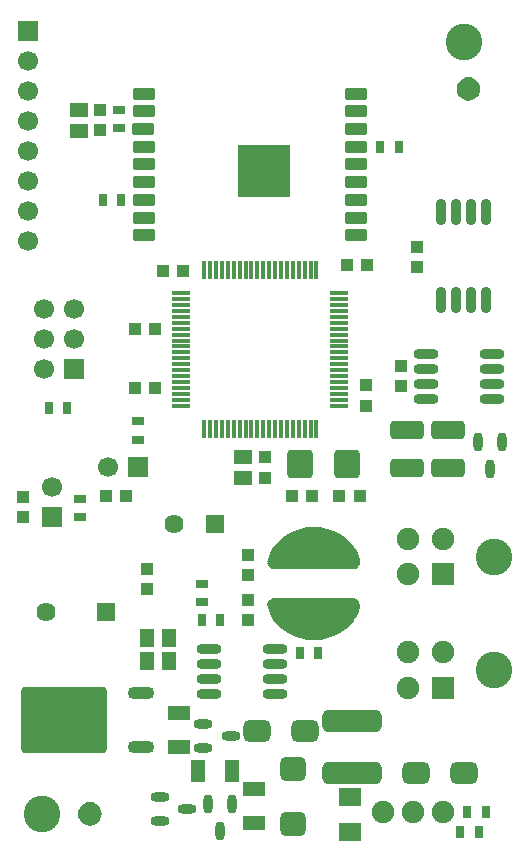
<source format=gts>
G04 Layer_Color=8388736*
%FSLAX24Y24*%
%MOIN*%
G70*
G01*
G75*
%ADD62O,0.0320X0.0630*%
G04:AMPARAMS|DCode=63|XSize=114.2mil|YSize=63mil|CornerRadius=16.7mil|HoleSize=0mil|Usage=FLASHONLY|Rotation=0.000|XOffset=0mil|YOffset=0mil|HoleType=Round|Shape=RoundedRectangle|*
%AMROUNDEDRECTD63*
21,1,0.1142,0.0295,0,0,0.0*
21,1,0.0807,0.0630,0,0,0.0*
1,1,0.0335,0.0404,-0.0148*
1,1,0.0335,-0.0404,-0.0148*
1,1,0.0335,-0.0404,0.0148*
1,1,0.0335,0.0404,0.0148*
%
%ADD63ROUNDEDRECTD63*%
%ADD64R,0.0394X0.0433*%
%ADD65R,0.0315X0.0394*%
%ADD66C,0.0512*%
%ADD67O,0.0335X0.0889*%
%ADD68R,0.0433X0.0394*%
%ADD69R,0.0610X0.0492*%
%ADD70R,0.0394X0.0315*%
G04:AMPARAMS|DCode=71|XSize=94.5mil|YSize=86.6mil|CornerRadius=14.4mil|HoleSize=0mil|Usage=FLASHONLY|Rotation=90.000|XOffset=0mil|YOffset=0mil|HoleType=Round|Shape=RoundedRectangle|*
%AMROUNDEDRECTD71*
21,1,0.0945,0.0579,0,0,90.0*
21,1,0.0657,0.0866,0,0,90.0*
1,1,0.0287,0.0289,0.0329*
1,1,0.0287,0.0289,-0.0329*
1,1,0.0287,-0.0289,-0.0329*
1,1,0.0287,-0.0289,0.0329*
%
%ADD71ROUNDEDRECTD71*%
%ADD72O,0.0630X0.0157*%
%ADD73O,0.0157X0.0630*%
G04:AMPARAMS|DCode=74|XSize=90.6mil|YSize=72.8mil|CornerRadius=19.2mil|HoleSize=0mil|Usage=FLASHONLY|Rotation=0.000|XOffset=0mil|YOffset=0mil|HoleType=Round|Shape=RoundedRectangle|*
%AMROUNDEDRECTD74*
21,1,0.0906,0.0344,0,0,0.0*
21,1,0.0522,0.0728,0,0,0.0*
1,1,0.0384,0.0261,-0.0172*
1,1,0.0384,-0.0261,-0.0172*
1,1,0.0384,-0.0261,0.0172*
1,1,0.0384,0.0261,0.0172*
%
%ADD74ROUNDEDRECTD74*%
%ADD75R,0.0453X0.0591*%
%ADD76R,0.0433X0.0433*%
%ADD77O,0.0839X0.0335*%
%ADD78R,0.0728X0.0453*%
%ADD79O,0.0630X0.0320*%
%ADD80R,0.0453X0.0728*%
G04:AMPARAMS|DCode=81|XSize=86.6mil|YSize=82.7mil|CornerRadius=21.7mil|HoleSize=0mil|Usage=FLASHONLY|Rotation=0.000|XOffset=0mil|YOffset=0mil|HoleType=Round|Shape=RoundedRectangle|*
%AMROUNDEDRECTD81*
21,1,0.0866,0.0394,0,0,0.0*
21,1,0.0433,0.0827,0,0,0.0*
1,1,0.0433,0.0217,-0.0197*
1,1,0.0433,-0.0217,-0.0197*
1,1,0.0433,-0.0217,0.0197*
1,1,0.0433,0.0217,0.0197*
%
%ADD81ROUNDEDRECTD81*%
%ADD82R,0.0748X0.0591*%
%ADD83O,0.0886X0.0433*%
G04:AMPARAMS|DCode=84|XSize=283.5mil|YSize=222.4mil|CornerRadius=12.9mil|HoleSize=0mil|Usage=FLASHONLY|Rotation=180.000|XOffset=0mil|YOffset=0mil|HoleType=Round|Shape=RoundedRectangle|*
%AMROUNDEDRECTD84*
21,1,0.2835,0.1967,0,0,180.0*
21,1,0.2577,0.2224,0,0,180.0*
1,1,0.0258,-0.1288,0.0983*
1,1,0.0258,0.1288,0.0983*
1,1,0.0258,0.1288,-0.0983*
1,1,0.0258,-0.1288,-0.0983*
%
%ADD84ROUNDEDRECTD84*%
G04:AMPARAMS|DCode=85|XSize=198.8mil|YSize=74.8mil|CornerRadius=19.7mil|HoleSize=0mil|Usage=FLASHONLY|Rotation=0.000|XOffset=0mil|YOffset=0mil|HoleType=Round|Shape=RoundedRectangle|*
%AMROUNDEDRECTD85*
21,1,0.1988,0.0354,0,0,0.0*
21,1,0.1594,0.0748,0,0,0.0*
1,1,0.0394,0.0797,-0.0177*
1,1,0.0394,-0.0797,-0.0177*
1,1,0.0394,-0.0797,0.0177*
1,1,0.0394,0.0797,0.0177*
%
%ADD85ROUNDEDRECTD85*%
%ADD86R,0.1732X0.1732*%
G04:AMPARAMS|DCode=87|XSize=74.8mil|YSize=43.3mil|CornerRadius=11.8mil|HoleSize=0mil|Usage=FLASHONLY|Rotation=0.000|XOffset=0mil|YOffset=0mil|HoleType=Round|Shape=RoundedRectangle|*
%AMROUNDEDRECTD87*
21,1,0.0748,0.0197,0,0,0.0*
21,1,0.0512,0.0433,0,0,0.0*
1,1,0.0236,0.0256,-0.0098*
1,1,0.0236,-0.0256,-0.0098*
1,1,0.0236,-0.0256,0.0098*
1,1,0.0236,0.0256,0.0098*
%
%ADD87ROUNDEDRECTD87*%
%ADD88C,0.1220*%
%ADD89C,0.0669*%
%ADD90R,0.0669X0.0669*%
%ADD91C,0.0748*%
%ADD92R,0.0748X0.0748*%
%ADD93R,0.0669X0.0669*%
%ADD94C,0.0639*%
%ADD95R,0.0639X0.0639*%
G36*
X40506Y23653D02*
X40510Y23654D01*
X40584Y23640D01*
X40591Y23635D01*
X40599Y23634D01*
X40663Y23594D01*
X40668Y23587D01*
X40675Y23583D01*
X40720Y23522D01*
X40722Y23514D01*
X40727Y23507D01*
X40746Y23434D01*
X40745Y23426D01*
X40747Y23418D01*
X40738Y23343D01*
X40736Y23339D01*
X40737Y23335D01*
X40696Y23205D01*
X40695Y23204D01*
X40695Y23202D01*
X40634Y23051D01*
X40632Y23049D01*
X40631Y23045D01*
X40548Y22906D01*
X40545Y22904D01*
X40544Y22900D01*
X40440Y22775D01*
X40439Y22774D01*
X40438Y22773D01*
X40434Y22768D01*
X40432Y22767D01*
X40432Y22766D01*
X40266Y22617D01*
X40263Y22616D01*
X40261Y22613D01*
X40077Y22488D01*
X40074Y22487D01*
X40072Y22485D01*
X39873Y22385D01*
X39870Y22384D01*
X39868Y22382D01*
X39658Y22310D01*
X39655Y22310D01*
X39652Y22308D01*
X39434Y22264D01*
X39431Y22264D01*
X39428Y22263D01*
X39206Y22248D01*
X39203Y22249D01*
X39200Y22248D01*
X38978Y22263D01*
X38975Y22264D01*
X38972Y22264D01*
X38753Y22308D01*
X38751Y22310D01*
X38748Y22310D01*
X38537Y22382D01*
X38535Y22384D01*
X38532Y22385D01*
X38333Y22485D01*
X38331Y22487D01*
X38328Y22488D01*
X38144Y22613D01*
X38142Y22616D01*
X38140Y22617D01*
X37974Y22766D01*
X37973Y22767D01*
X37972Y22768D01*
X37970Y22770D01*
X37969Y22772D01*
X37967Y22773D01*
X37862Y22900D01*
X37861Y22903D01*
X37858Y22905D01*
X37774Y23046D01*
X37773Y23050D01*
X37771Y23052D01*
X37710Y23205D01*
X37710Y23207D01*
X37709Y23208D01*
X37667Y23343D01*
X37667Y23347D01*
X37665Y23350D01*
X37656Y23423D01*
X37659Y23431D01*
X37658Y23440D01*
X37676Y23510D01*
X37681Y23517D01*
X37683Y23525D01*
X37727Y23584D01*
X37734Y23588D01*
X37739Y23595D01*
X37801Y23634D01*
X37809Y23636D01*
X37816Y23640D01*
X37888Y23654D01*
X37892Y23653D01*
X37896Y23655D01*
X40502D01*
X40506Y23653D01*
D02*
G37*
G36*
X31845Y16840D02*
X31941Y16801D01*
X32023Y16737D01*
X32086Y16655D01*
X32126Y16559D01*
X32139Y16457D01*
X32126Y16354D01*
X32086Y16258D01*
X32023Y16176D01*
X31941Y16113D01*
X31845Y16073D01*
X31742Y16060D01*
X31639Y16073D01*
X31544Y16113D01*
X31461Y16176D01*
X31398Y16258D01*
X31359Y16354D01*
X31345Y16457D01*
X31359Y16559D01*
X31398Y16655D01*
X31461Y16737D01*
X31544Y16801D01*
X31639Y16840D01*
X31742Y16854D01*
X31845Y16840D01*
D02*
G37*
G36*
X44463Y41004D02*
X44559Y40964D01*
X44641Y40901D01*
X44704Y40819D01*
X44744Y40723D01*
X44757Y40620D01*
X44744Y40517D01*
X44704Y40422D01*
X44641Y40339D01*
X44559Y40276D01*
X44463Y40237D01*
X44360Y40223D01*
X44257Y40237D01*
X44162Y40276D01*
X44079Y40339D01*
X44016Y40422D01*
X43977Y40517D01*
X43963Y40620D01*
X43977Y40723D01*
X44016Y40819D01*
X44079Y40901D01*
X44162Y40964D01*
X44257Y41004D01*
X44360Y41017D01*
X44463Y41004D01*
D02*
G37*
G36*
X39428Y26005D02*
X39431Y26003D01*
X39434Y26004D01*
X39652Y25960D01*
X39655Y25958D01*
X39658Y25958D01*
X39868Y25885D01*
X39870Y25883D01*
X39873Y25883D01*
X40072Y25783D01*
X40074Y25781D01*
X40077Y25780D01*
X40261Y25654D01*
X40263Y25652D01*
X40266Y25651D01*
X40432Y25502D01*
X40432Y25500D01*
X40434Y25500D01*
X40436Y25497D01*
X40437Y25496D01*
X40438Y25495D01*
X40543Y25368D01*
X40544Y25365D01*
X40547Y25363D01*
X40632Y25221D01*
X40632Y25218D01*
X40635Y25215D01*
X40696Y25062D01*
X40696Y25061D01*
X40697Y25059D01*
X40739Y24925D01*
X40739Y24921D01*
X40741Y24917D01*
X40749Y24844D01*
X40747Y24836D01*
X40748Y24828D01*
X40729Y24757D01*
X40724Y24751D01*
X40722Y24743D01*
X40679Y24683D01*
X40672Y24679D01*
X40667Y24673D01*
X40605Y24633D01*
X40597Y24632D01*
X40590Y24627D01*
X40518Y24614D01*
X40514Y24615D01*
X40510Y24613D01*
X37904D01*
X37900Y24615D01*
X37896Y24614D01*
X37822Y24628D01*
X37815Y24632D01*
X37806Y24634D01*
X37743Y24674D01*
X37738Y24681D01*
X37731Y24685D01*
X37686Y24746D01*
X37684Y24754D01*
X37679Y24761D01*
X37660Y24834D01*
X37661Y24842D01*
X37659Y24850D01*
X37667Y24925D01*
X37669Y24929D01*
X37669Y24933D01*
X37709Y25062D01*
X37711Y25064D01*
X37711Y25065D01*
X37771Y25216D01*
X37774Y25219D01*
X37774Y25222D01*
X37857Y25362D01*
X37860Y25364D01*
X37861Y25368D01*
X37965Y25493D01*
X37967Y25493D01*
X37967Y25495D01*
X37972Y25500D01*
X37973Y25500D01*
X37974Y25502D01*
X38140Y25651D01*
X38142Y25652D01*
X38144Y25654D01*
X38328Y25780D01*
X38331Y25781D01*
X38333Y25783D01*
X38532Y25883D01*
X38535Y25883D01*
X38537Y25885D01*
X38748Y25958D01*
X38751Y25958D01*
X38753Y25960D01*
X38972Y26004D01*
X38975Y26003D01*
X38978Y26005D01*
X39200Y26019D01*
X39203Y26019D01*
X39206Y26019D01*
X39428Y26005D01*
D02*
G37*
D62*
X45472Y28863D02*
D03*
X44672D02*
D03*
X45072Y27953D02*
D03*
X36467Y16796D02*
D03*
X35667D02*
D03*
X36067Y15886D02*
D03*
D63*
X43661Y29242D02*
D03*
Y27982D02*
D03*
X42303Y29252D02*
D03*
Y27992D02*
D03*
D64*
X40955Y30738D02*
D03*
Y30069D02*
D03*
X42648Y34695D02*
D03*
Y35364D02*
D03*
X42116Y31388D02*
D03*
Y30719D02*
D03*
X37569Y27667D02*
D03*
Y28337D02*
D03*
X29508Y27018D02*
D03*
Y26348D02*
D03*
X36998Y24419D02*
D03*
Y25089D02*
D03*
Y23573D02*
D03*
Y22904D02*
D03*
X33632Y24616D02*
D03*
Y23947D02*
D03*
X32077Y39262D02*
D03*
Y39931D02*
D03*
D65*
X30984Y29990D02*
D03*
X30374D02*
D03*
X44931Y16526D02*
D03*
X44321D02*
D03*
X44085Y15837D02*
D03*
X44695D02*
D03*
X36093Y22933D02*
D03*
X35483D02*
D03*
X39350Y21831D02*
D03*
X38740D02*
D03*
X32165Y36919D02*
D03*
X32775D02*
D03*
X41427Y38691D02*
D03*
X42037D02*
D03*
D66*
X44360Y40620D02*
D03*
X31742Y16457D02*
D03*
D67*
X44955Y33583D02*
D03*
X43955D02*
D03*
X43455D02*
D03*
X44955Y36533D02*
D03*
X43955D02*
D03*
X43455D02*
D03*
X44455Y33583D02*
D03*
Y36533D02*
D03*
D68*
X33228Y30659D02*
D03*
X33898D02*
D03*
X40965Y34764D02*
D03*
X40295D02*
D03*
X33228Y32628D02*
D03*
X33898D02*
D03*
X34163Y34537D02*
D03*
X34833D02*
D03*
X32283Y27037D02*
D03*
X32953D02*
D03*
X39144Y27047D02*
D03*
X38474D02*
D03*
X40059D02*
D03*
X40728D02*
D03*
D69*
X36850Y27657D02*
D03*
Y28366D02*
D03*
X31368Y39222D02*
D03*
Y39931D02*
D03*
D70*
X31398Y26959D02*
D03*
Y26349D02*
D03*
X33356Y28927D02*
D03*
Y29537D02*
D03*
X35482Y24124D02*
D03*
Y23514D02*
D03*
X32697Y39321D02*
D03*
Y39931D02*
D03*
D71*
X38730Y28110D02*
D03*
X40305D02*
D03*
D72*
X34783Y30069D02*
D03*
Y32825D02*
D03*
Y33022D02*
D03*
X40059D02*
D03*
Y32825D02*
D03*
Y30069D02*
D03*
X34783Y33219D02*
D03*
Y33415D02*
D03*
Y33612D02*
D03*
Y33809D02*
D03*
X40059D02*
D03*
Y33612D02*
D03*
Y33415D02*
D03*
Y33219D02*
D03*
X34783Y30266D02*
D03*
Y30463D02*
D03*
Y30659D02*
D03*
Y30856D02*
D03*
Y31053D02*
D03*
Y31250D02*
D03*
Y31447D02*
D03*
Y31644D02*
D03*
Y31841D02*
D03*
Y32037D02*
D03*
Y32234D02*
D03*
Y32431D02*
D03*
Y32628D02*
D03*
X40059D02*
D03*
Y32431D02*
D03*
Y32234D02*
D03*
Y32037D02*
D03*
Y31841D02*
D03*
Y31644D02*
D03*
Y31447D02*
D03*
Y31250D02*
D03*
Y31053D02*
D03*
Y30856D02*
D03*
Y30659D02*
D03*
Y30463D02*
D03*
Y30266D02*
D03*
D73*
X37323Y34577D02*
D03*
X37520D02*
D03*
Y29301D02*
D03*
X37323D02*
D03*
X35551Y34577D02*
D03*
X35748D02*
D03*
X35945D02*
D03*
X36142D02*
D03*
X36339D02*
D03*
X36535D02*
D03*
X36732D02*
D03*
X36929D02*
D03*
X37126D02*
D03*
X37717D02*
D03*
X37913D02*
D03*
X38110D02*
D03*
X38307D02*
D03*
X38504D02*
D03*
X38701D02*
D03*
X38898D02*
D03*
X39094D02*
D03*
X39291D02*
D03*
X37126Y29301D02*
D03*
X36929D02*
D03*
X36732D02*
D03*
X36535D02*
D03*
X36339D02*
D03*
X36142D02*
D03*
X35945D02*
D03*
X35748D02*
D03*
X35551D02*
D03*
X39291D02*
D03*
X39094D02*
D03*
X38898D02*
D03*
X38701D02*
D03*
X38504D02*
D03*
X38307D02*
D03*
X38110D02*
D03*
X37913D02*
D03*
X37717D02*
D03*
D74*
X38927Y19213D02*
D03*
X37313D02*
D03*
X44222Y17835D02*
D03*
X42608D02*
D03*
D75*
X34380Y22323D02*
D03*
X33632D02*
D03*
X34380Y21555D02*
D03*
X33632D02*
D03*
D76*
X39203Y23084D02*
D03*
Y25184D02*
D03*
D77*
X35723Y21453D02*
D03*
X37923D02*
D03*
X35723Y21953D02*
D03*
X37923D02*
D03*
X35723Y20453D02*
D03*
Y20953D02*
D03*
X37923D02*
D03*
Y20453D02*
D03*
X45133Y30791D02*
D03*
X42933D02*
D03*
X45133Y30291D02*
D03*
X42933D02*
D03*
X45133Y31791D02*
D03*
Y31291D02*
D03*
X42933D02*
D03*
Y31791D02*
D03*
D78*
X34695Y19823D02*
D03*
Y18681D02*
D03*
X37224Y16142D02*
D03*
Y17283D02*
D03*
D79*
X35527Y19439D02*
D03*
Y18639D02*
D03*
X36437Y19039D02*
D03*
X34080Y17008D02*
D03*
Y16208D02*
D03*
X34990Y16608D02*
D03*
D80*
X35335Y17884D02*
D03*
X36476D02*
D03*
D81*
X38524Y16132D02*
D03*
Y17943D02*
D03*
D82*
X40394Y15866D02*
D03*
Y17008D02*
D03*
D83*
X33445Y20474D02*
D03*
Y18679D02*
D03*
D84*
X30886Y19577D02*
D03*
D85*
X40492Y17825D02*
D03*
Y19557D02*
D03*
D86*
X37552Y37890D02*
D03*
D87*
X33536Y37516D02*
D03*
Y38107D02*
D03*
Y38697D02*
D03*
X33526Y39288D02*
D03*
X33536Y39878D02*
D03*
Y40469D02*
D03*
Y36926D02*
D03*
Y36335D02*
D03*
Y35744D02*
D03*
X40622Y40469D02*
D03*
Y39878D02*
D03*
Y39288D02*
D03*
Y38697D02*
D03*
Y38107D02*
D03*
Y37516D02*
D03*
Y36926D02*
D03*
Y36335D02*
D03*
Y35744D02*
D03*
D88*
X44225Y42193D02*
D03*
X30130Y16445D02*
D03*
X45217Y25028D02*
D03*
Y21248D02*
D03*
D89*
X29675Y40569D02*
D03*
Y39569D02*
D03*
Y41569D02*
D03*
Y38569D02*
D03*
Y36569D02*
D03*
Y37569D02*
D03*
Y35569D02*
D03*
X30463Y27348D02*
D03*
X32356Y28012D02*
D03*
X31220Y32280D02*
D03*
X30220Y31280D02*
D03*
Y32280D02*
D03*
X31220Y33280D02*
D03*
X30220D02*
D03*
D90*
X29675Y42569D02*
D03*
X30463Y26348D02*
D03*
X31220Y31280D02*
D03*
D91*
X42335Y24437D02*
D03*
Y25619D02*
D03*
X43516D02*
D03*
X42335Y20658D02*
D03*
Y21839D02*
D03*
X43516D02*
D03*
X41504Y16524D02*
D03*
X42504D02*
D03*
X43504D02*
D03*
D92*
X43516Y24437D02*
D03*
Y20658D02*
D03*
D93*
X33356Y28012D02*
D03*
D94*
X34547Y26112D02*
D03*
X30264Y23199D02*
D03*
D95*
X35925Y26112D02*
D03*
X32264Y23199D02*
D03*
M02*

</source>
